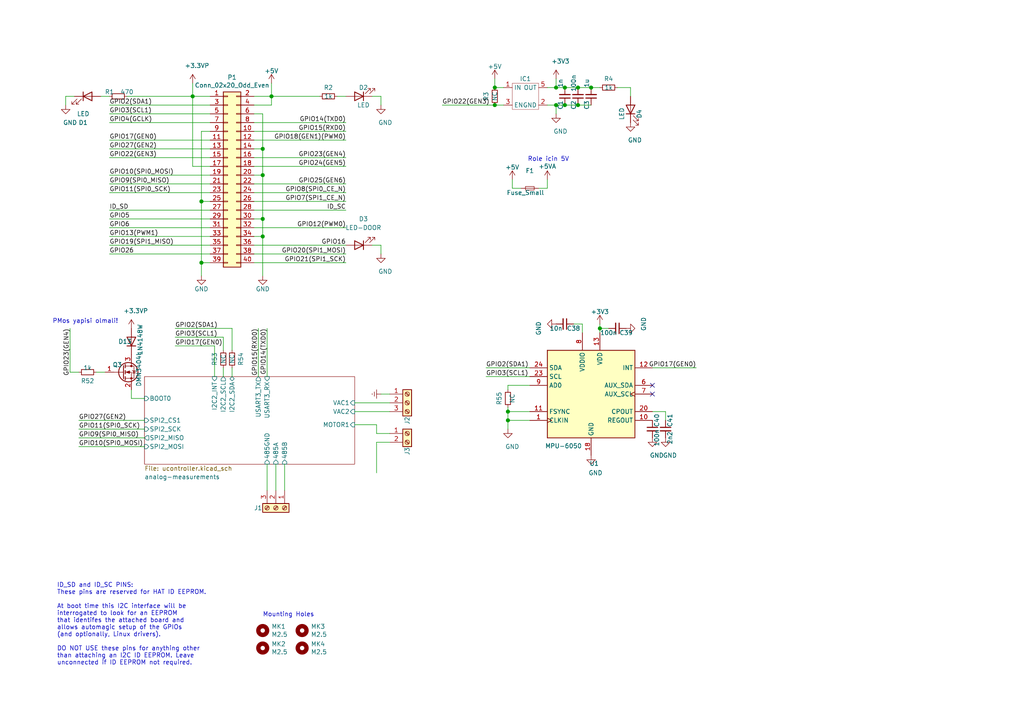
<source format=kicad_sch>
(kicad_sch (version 20210126) (generator eeschema)
  (paper "A4")
  (title_block (date "15 nov 2012"))
  (lib_symbols
    (symbol "Connector:Screw_Terminal_01x02" (pin_names (offset 1.016) hide)
      (property "Reference" "J" (at 0 2.54 0))
      (property "Value" "Screw_Terminal_01x02" (at 0 -5.08 0))
      (symbol "Screw_Terminal_01x02_1_1"
        (circle (center 0 -2.54) (radius 0.635) (stroke (width 0.1524)))
        (circle (center 0 0) (radius 0.635) (stroke (width 0.1524)))
        (rectangle (start -1.27 1.27) (end 1.27 -3.81) (stroke (width 0.254)) (fill (type background)))
        (polyline (pts (xy -0.5334 -2.2098) (xy 0.3302 -3.048)) (stroke (width 0.1524)))
        (polyline (pts (xy -0.5334 0.3302) (xy 0.3302 -0.508)) (stroke (width 0.1524)))
        (polyline (pts (xy -0.3556 -2.032) (xy 0.508 -2.8702)) (stroke (width 0.1524)))
        (polyline (pts (xy -0.3556 0.508) (xy 0.508 -0.3302)) (stroke (width 0.1524)))
        (pin passive line (at -5.08 0 0) (length 3.81) (name "Pin_1") (number "1"))
        (pin passive line (at -5.08 -2.54 0) (length 3.81) (name "Pin_2") (number "2"))
      )
    )
    (symbol "Connector:Screw_Terminal_01x03" (pin_names (offset 1.016) hide)
      (property "Reference" "J" (at 0 5.08 0))
      (property "Value" "Screw_Terminal_01x03" (at 0 -5.08 0))
      (symbol "Screw_Terminal_01x03_1_1"
        (circle (center 0 -2.54) (radius 0.635) (stroke (width 0.1524)))
        (circle (center 0 0) (radius 0.635) (stroke (width 0.1524)))
        (circle (center 0 2.54) (radius 0.635) (stroke (width 0.1524)))
        (rectangle (start -1.27 3.81) (end 1.27 -3.81) (stroke (width 0.254)) (fill (type background)))
        (polyline (pts (xy -0.5334 -2.2098) (xy 0.3302 -3.048)) (stroke (width 0.1524)))
        (polyline (pts (xy -0.5334 0.3302) (xy 0.3302 -0.508)) (stroke (width 0.1524)))
        (polyline (pts (xy -0.5334 2.8702) (xy 0.3302 2.032)) (stroke (width 0.1524)))
        (polyline (pts (xy -0.3556 -2.032) (xy 0.508 -2.8702)) (stroke (width 0.1524)))
        (polyline (pts (xy -0.3556 0.508) (xy 0.508 -0.3302)) (stroke (width 0.1524)))
        (polyline (pts (xy -0.3556 3.048) (xy 0.508 2.2098)) (stroke (width 0.1524)))
        (pin passive line (at -5.08 2.54 0) (length 3.81) (name "Pin_1") (number "1"))
        (pin passive line (at -5.08 0 0) (length 3.81) (name "Pin_2") (number "2"))
        (pin passive line (at -5.08 -2.54 0) (length 3.81) (name "Pin_3") (number "3"))
      )
    )
    (symbol "Connector_Generic:Conn_02x20_Odd_Even" (pin_names (offset 1.016) hide)
      (property "Reference" "J" (at 1.27 25.4 0))
      (property "Value" "Conn_02x20_Odd_Even" (at 1.27 -27.94 0))
      (symbol "Conn_02x20_Odd_Even_1_1"
        (rectangle (start -1.27 -4.953) (end 0 -5.207) (stroke (width 0.1524)))
        (rectangle (start -1.27 -7.493) (end 0 -7.747) (stroke (width 0.1524)))
        (rectangle (start -1.27 -10.033) (end 0 -10.287) (stroke (width 0.1524)))
        (rectangle (start -1.27 -12.573) (end 0 -12.827) (stroke (width 0.1524)))
        (rectangle (start -1.27 -15.113) (end 0 -15.367) (stroke (width 0.1524)))
        (rectangle (start -1.27 -17.653) (end 0 -17.907) (stroke (width 0.1524)))
        (rectangle (start -1.27 -20.193) (end 0 -20.447) (stroke (width 0.1524)))
        (rectangle (start -1.27 -22.733) (end 0 -22.987) (stroke (width 0.1524)))
        (rectangle (start -1.27 -2.413) (end 0 -2.667) (stroke (width 0.1524)))
        (rectangle (start -1.27 -25.273) (end 0 -25.527) (stroke (width 0.1524)))
        (rectangle (start -1.27 2.667) (end 0 2.413) (stroke (width 0.1524)))
        (rectangle (start -1.27 5.207) (end 0 4.953) (stroke (width 0.1524)))
        (rectangle (start -1.27 7.747) (end 0 7.493) (stroke (width 0.1524)))
        (rectangle (start -1.27 10.287) (end 0 10.033) (stroke (width 0.1524)))
        (rectangle (start -1.27 0.127) (end 0 -0.127) (stroke (width 0.1524)))
        (rectangle (start -1.27 12.827) (end 0 12.573) (stroke (width 0.1524)))
        (rectangle (start -1.27 15.367) (end 0 15.113) (stroke (width 0.1524)))
        (rectangle (start -1.27 17.907) (end 0 17.653) (stroke (width 0.1524)))
        (rectangle (start -1.27 20.447) (end 0 20.193) (stroke (width 0.1524)))
        (rectangle (start -1.27 22.987) (end 0 22.733) (stroke (width 0.1524)))
        (rectangle (start -1.27 24.13) (end 3.81 -26.67) (stroke (width 0.254)) (fill (type background)))
        (rectangle (start 3.81 -4.953) (end 2.54 -5.207) (stroke (width 0.1524)))
        (rectangle (start 3.81 -7.493) (end 2.54 -7.747) (stroke (width 0.1524)))
        (rectangle (start 3.81 -10.033) (end 2.54 -10.287) (stroke (width 0.1524)))
        (rectangle (start 3.81 -12.573) (end 2.54 -12.827) (stroke (width 0.1524)))
        (rectangle (start 3.81 -15.113) (end 2.54 -15.367) (stroke (width 0.1524)))
        (rectangle (start 3.81 -17.653) (end 2.54 -17.907) (stroke (width 0.1524)))
        (rectangle (start 3.81 -20.193) (end 2.54 -20.447) (stroke (width 0.1524)))
        (rectangle (start 3.81 -22.733) (end 2.54 -22.987) (stroke (width 0.1524)))
        (rectangle (start 3.81 -2.413) (end 2.54 -2.667) (stroke (width 0.1524)))
        (rectangle (start 3.81 -25.273) (end 2.54 -25.527) (stroke (width 0.1524)))
        (rectangle (start 3.81 2.667) (end 2.54 2.413) (stroke (width 0.1524)))
        (rectangle (start 3.81 5.207) (end 2.54 4.953) (stroke (width 0.1524)))
        (rectangle (start 3.81 7.747) (end 2.54 7.493) (stroke (width 0.1524)))
        (rectangle (start 3.81 10.287) (end 2.54 10.033) (stroke (width 0.1524)))
        (rectangle (start 3.81 0.127) (end 2.54 -0.127) (stroke (width 0.1524)))
        (rectangle (start 3.81 12.827) (end 2.54 12.573) (stroke (width 0.1524)))
        (rectangle (start 3.81 15.367) (end 2.54 15.113) (stroke (width 0.1524)))
        (rectangle (start 3.81 17.907) (end 2.54 17.653) (stroke (width 0.1524)))
        (rectangle (start 3.81 20.447) (end 2.54 20.193) (stroke (width 0.1524)))
        (rectangle (start 3.81 22.987) (end 2.54 22.733) (stroke (width 0.1524)))
        (pin passive line (at -5.08 22.86 0) (length 3.81) (name "Pin_1") (number "1"))
        (pin passive line (at 7.62 12.7 180) (length 3.81) (name "Pin_10") (number "10"))
        (pin passive line (at -5.08 10.16 0) (length 3.81) (name "Pin_11") (number "11"))
        (pin passive line (at 7.62 10.16 180) (length 3.81) (name "Pin_12") (number "12"))
        (pin passive line (at -5.08 7.62 0) (length 3.81) (name "Pin_13") (number "13"))
        (pin passive line (at 7.62 7.62 180) (length 3.81) (name "Pin_14") (number "14"))
        (pin passive line (at -5.08 5.08 0) (length 3.81) (name "Pin_15") (number "15"))
        (pin passive line (at 7.62 5.08 180) (length 3.81) (name "Pin_16") (number "16"))
        (pin passive line (at -5.08 2.54 0) (length 3.81) (name "Pin_17") (number "17"))
        (pin passive line (at 7.62 2.54 180) (length 3.81) (name "Pin_18") (number "18"))
        (pin passive line (at -5.08 0 0) (length 3.81) (name "Pin_19") (number "19"))
        (pin passive line (at 7.62 22.86 180) (length 3.81) (name "Pin_2") (number "2"))
        (pin passive line (at 7.62 0 180) (length 3.81) (name "Pin_20") (number "20"))
        (pin passive line (at -5.08 -2.54 0) (length 3.81) (name "Pin_21") (number "21"))
        (pin passive line (at 7.62 -2.54 180) (length 3.81) (name "Pin_22") (number "22"))
        (pin passive line (at -5.08 -5.08 0) (length 3.81) (name "Pin_23") (number "23"))
        (pin passive line (at 7.62 -5.08 180) (length 3.81) (name "Pin_24") (number "24"))
        (pin passive line (at -5.08 -7.62 0) (length 3.81) (name "Pin_25") (number "25"))
        (pin passive line (at 7.62 -7.62 180) (length 3.81) (name "Pin_26") (number "26"))
        (pin passive line (at -5.08 -10.16 0) (length 3.81) (name "Pin_27") (number "27"))
        (pin passive line (at 7.62 -10.16 180) (length 3.81) (name "Pin_28") (number "28"))
        (pin passive line (at -5.08 -12.7 0) (length 3.81) (name "Pin_29") (number "29"))
        (pin passive line (at -5.08 20.32 0) (length 3.81) (name "Pin_3") (number "3"))
        (pin passive line (at 7.62 -12.7 180) (length 3.81) (name "Pin_30") (number "30"))
        (pin passive line (at -5.08 -15.24 0) (length 3.81) (name "Pin_31") (number "31"))
        (pin passive line (at 7.62 -15.24 180) (length 3.81) (name "Pin_32") (number "32"))
        (pin passive line (at -5.08 -17.78 0) (length 3.81) (name "Pin_33") (number "33"))
        (pin passive line (at 7.62 -17.78 180) (length 3.81) (name "Pin_34") (number "34"))
        (pin passive line (at -5.08 -20.32 0) (length 3.81) (name "Pin_35") (number "35"))
        (pin passive line (at 7.62 -20.32 180) (length 3.81) (name "Pin_36") (number "36"))
        (pin passive line (at -5.08 -22.86 0) (length 3.81) (name "Pin_37") (number "37"))
        (pin passive line (at 7.62 -22.86 180) (length 3.81) (name "Pin_38") (number "38"))
        (pin passive line (at -5.08 -25.4 0) (length 3.81) (name "Pin_39") (number "39"))
        (pin passive line (at 7.62 20.32 180) (length 3.81) (name "Pin_4") (number "4"))
        (pin passive line (at 7.62 -25.4 180) (length 3.81) (name "Pin_40") (number "40"))
        (pin passive line (at -5.08 17.78 0) (length 3.81) (name "Pin_5") (number "5"))
        (pin passive line (at 7.62 17.78 180) (length 3.81) (name "Pin_6") (number "6"))
        (pin passive line (at -5.08 15.24 0) (length 3.81) (name "Pin_7") (number "7"))
        (pin passive line (at 7.62 15.24 180) (length 3.81) (name "Pin_8") (number "8"))
        (pin passive line (at -5.08 12.7 0) (length 3.81) (name "Pin_9") (number "9"))
      )
    )
    (symbol "Device:C_Small" (pin_numbers hide) (pin_names (offset 0.254) hide)
      (property "Reference" "C" (at 0.254 1.778 0))
      (property "Value" "C_Small" (at 0.254 -2.032 0))
      (symbol "C_Small_0_1"
        (polyline (pts (xy -1.524 -0.508) (xy 1.524 -0.508)) (stroke (width 0.3302)))
        (polyline (pts (xy -1.524 0.508) (xy 1.524 0.508)) (stroke (width 0.3048)))
      )
      (symbol "C_Small_1_1"
        (pin passive line (at 0 2.54 270) (length 2.032) (name "~") (number "1"))
        (pin passive line (at 0 -2.54 90) (length 2.032) (name "~") (number "2"))
      )
    )
    (symbol "Device:Fuse_Small" (pin_numbers hide) (pin_names (offset 0.254) hide)
      (property "Reference" "F" (at 0 -1.524 0))
      (property "Value" "Fuse_Small" (at 0 1.524 0))
      (symbol "Fuse_Small_0_1"
        (rectangle (start -1.27 0.508) (end 1.27 -0.508))
        (polyline (pts (xy -1.27 0) (xy 1.27 0)))
      )
      (symbol "Fuse_Small_1_1"
        (pin passive line (at -2.54 0 0) (length 1.27) (name "~") (number "1"))
        (pin passive line (at 2.54 0 180) (length 1.27) (name "~") (number "2"))
      )
    )
    (symbol "Device:LED" (pin_numbers hide) (pin_names (offset 1.016) hide)
      (property "Reference" "D" (at 0 2.54 0))
      (property "Value" "LED" (at 0 -2.54 0))
      (symbol "LED_0_1"
        (polyline (pts (xy -1.27 -1.27) (xy -1.27 1.27)) (stroke (width 0.254)))
        (polyline (pts (xy -1.27 0) (xy 1.27 0)))
        (polyline (pts (xy 1.27 -1.27) (xy 1.27 1.27) (xy -1.27 0) (xy 1.27 -1.27)) (stroke (width 0.254)))
        (polyline (pts (xy -3.048 -0.762) (xy -4.572 -2.286) (xy -3.81 -2.286) (xy -4.572 -2.286) (xy -4.572 -1.524)))
        (polyline (pts (xy -1.778 -0.762) (xy -3.302 -2.286) (xy -2.54 -2.286) (xy -3.302 -2.286) (xy -3.302 -1.524)))
      )
      (symbol "LED_1_1"
        (pin passive line (at -3.81 0 0) (length 2.54) (name "K") (number "1"))
        (pin passive line (at 3.81 0 180) (length 2.54) (name "A") (number "2"))
      )
    )
    (symbol "Device:R_Small" (pin_numbers hide) (pin_names (offset 0.254) hide)
      (property "Reference" "R" (at 0.762 0.508 0))
      (property "Value" "R_Small" (at 0.762 -1.016 0))
      (symbol "R_Small_0_1"
        (rectangle (start -0.762 1.778) (end 0.762 -1.778) (stroke (width 0.2032)))
      )
      (symbol "R_Small_1_1"
        (pin passive line (at 0 2.54 270) (length 0.762) (name "~") (number "1"))
        (pin passive line (at 0 -2.54 90) (length 0.762) (name "~") (number "2"))
      )
    )
    (symbol "Diode:1N4148W" (pin_numbers hide) (pin_names (offset 1.016) hide)
      (property "Reference" "D" (at 0 2.54 0))
      (property "Value" "1N4148W" (at 0 -2.54 0))
      (symbol "1N4148W_0_1"
        (polyline (pts (xy -1.27 1.27) (xy -1.27 -1.27)) (stroke (width 0.254)))
        (polyline (pts (xy 1.27 0) (xy -1.27 0)))
        (polyline (pts (xy 1.27 1.27) (xy 1.27 -1.27) (xy -1.27 0) (xy 1.27 1.27)) (stroke (width 0.254)))
      )
      (symbol "1N4148W_1_1"
        (pin passive line (at -3.81 0 0) (length 2.54) (name "K") (number "1"))
        (pin passive line (at 3.81 0 180) (length 2.54) (name "A") (number "2"))
      )
    )
    (symbol "Mechanical:MountingHole" (pin_names (offset 1.016))
      (property "Reference" "H" (at 0 5.08 0))
      (property "Value" "MountingHole" (at 0 3.175 0))
      (symbol "MountingHole_0_1"
        (circle (center 0 0) (radius 1.27) (stroke (width 1.27)))
      )
    )
    (symbol "NamchoLibs:NCP115ASN330T2G"
      (property "Reference" "IC" (at 0 6.35 0))
      (symbol "NCP115ASN330T2G_0_1"
        (rectangle (start -3.81 -3.81) (end 3.81 3.81) (stroke (width 0.0006)))
      )
      (symbol "NCP115ASN330T2G_1_1"
        (pin power_in line (at -6.35 2.54 0) (length 2.54) (name "IN") (number "1"))
        (pin input line (at -6.35 -2.54 0) (length 2.54) (name "EN") (number "3"))
        (pin power_out line (at 6.35 2.54 180) (length 2.54) (name "OUT") (number "5"))
        (pin power_in line (at 6.35 -2.54 180) (length 2.54) (name "GND") (number "2"))
      )
    )
    (symbol "Sensor_Motion:MPU-6050"
      (property "Reference" "U" (at -11.43 13.97 0))
      (property "Value" "MPU-6050" (at 7.62 -13.97 0))
      (symbol "MPU-6050_0_1"
        (rectangle (start -12.7 12.7) (end 12.7 -12.7) (stroke (width 0.254)) (fill (type background)))
      )
      (symbol "MPU-6050_1_1"
        (pin input clock (at -17.78 -7.62 0) (length 5.08) (name "CLKIN") (number "1"))
        (pin passive line (at 17.78 -7.62 180) (length 5.08) (name "REGOUT") (number "10"))
        (pin input line (at -17.78 -5.08 0) (length 5.08) (name "FSYNC") (number "11"))
        (pin output line (at 17.78 7.62 180) (length 5.08) (name "INT") (number "12"))
        (pin power_in line (at 2.54 17.78 270) (length 5.08) (name "VDD") (number "13"))
        (pin power_in line (at 0 -17.78 90) (length 5.08) (name "GND") (number "18"))
        (pin passive line (at 17.78 -5.08 180) (length 5.08) (name "CPOUT") (number "20"))
        (pin input line (at -17.78 5.08 0) (length 5.08) (name "SCL") (number "23"))
        (pin bidirectional line (at -17.78 7.62 0) (length 5.08) (name "SDA") (number "24"))
        (pin bidirectional line (at 17.78 2.54 180) (length 5.08) (name "AUX_SDA") (number "6"))
        (pin output clock (at 17.78 0 180) (length 5.08) (name "AUX_SCL") (number "7"))
        (pin power_in line (at -2.54 17.78 270) (length 5.08) (name "VDDIO") (number "8"))
        (pin input line (at -17.78 2.54 0) (length 5.08) (name "AD0") (number "9"))
      )
    )
    (symbol "Transistor_FET:DMN3404L" (pin_names hide)
      (property "Reference" "Q" (at 5.08 1.905 0))
      (property "Value" "DMN3404L" (at 5.08 0 0))
      (symbol "DMN3404L_0_1"
        (circle (center 1.651 0) (radius 2.794) (stroke (width 0.254)))
        (circle (center 2.54 -1.778) (radius 0.254) (fill (type outline)))
        (circle (center 2.54 1.778) (radius 0.254) (fill (type outline)))
        (polyline (pts (xy 0.254 0) (xy -2.54 0)))
        (polyline (pts (xy 0.254 1.905) (xy 0.254 -1.905)) (stroke (width 0.254)))
        (polyline (pts (xy 0.762 -1.27) (xy 0.762 -2.286)) (stroke (width 0.254)))
        (polyline (pts (xy 0.762 0.508) (xy 0.762 -0.508)) (stroke (width 0.254)))
        (polyline (pts (xy 0.762 2.286) (xy 0.762 1.27)) (stroke (width 0.254)))
        (polyline (pts (xy 2.54 2.54) (xy 2.54 1.778)))
        (polyline (pts (xy 2.54 -2.54) (xy 2.54 0) (xy 0.762 0)))
        (polyline (pts (xy 0.762 -1.778) (xy 3.302 -1.778) (xy 3.302 1.778) (xy 0.762 1.778)))
        (polyline (pts (xy 1.016 0) (xy 2.032 0.381) (xy 2.032 -0.381) (xy 1.016 0)) (fill (type outline)))
        (polyline (pts (xy 2.794 0.508) (xy 2.921 0.381) (xy 3.683 0.381) (xy 3.81 0.254)))
        (polyline (pts (xy 3.302 0.381) (xy 2.921 -0.254) (xy 3.683 -0.254) (xy 3.302 0.381)))
      )
      (symbol "DMN3404L_1_1"
        (pin input line (at -5.08 0 0) (length 2.54) (name "G") (number "1"))
        (pin passive line (at 2.54 -5.08 90) (length 2.54) (name "S") (number "2"))
        (pin passive line (at 2.54 5.08 270) (length 2.54) (name "D") (number "3"))
      )
    )
    (symbol "power:+3.3V" (power) (pin_names (offset 0))
      (property "Value" "+3.3V" (at 0 3.556 0))
      (symbol "+3.3V_0_1"
        (polyline (pts (xy -0.762 1.27) (xy 0 2.54)))
        (polyline (pts (xy 0 0) (xy 0 2.54)))
        (polyline (pts (xy 0 2.54) (xy 0.762 1.27)))
      )
      (symbol "+3.3V_1_1"
        (pin power_in line (at 0 0 90) (length 0) hide (name "+3V3") (number "1"))
      )
    )
    (symbol "power:+3.3VP" (power) (pin_names (offset 0))
      (property "Value" "+3.3VP" (at 0 2.54 0))
      (symbol "+3.3VP_0_0"
        (pin power_in line (at 0 0 90) (length 0) hide (name "+3.3VP") (number "1"))
      )
      (symbol "+3.3VP_0_1"
        (polyline (pts (xy -0.762 1.27) (xy 0 2.54)))
        (polyline (pts (xy 0 0) (xy 0 2.54)))
        (polyline (pts (xy 0 2.54) (xy 0.762 1.27)))
      )
    )
    (symbol "power:+3V3" (power) (pin_names (offset 0))
      (property "Value" "+3V3" (at 0 3.556 0))
      (symbol "+3V3_0_1"
        (polyline (pts (xy -0.762 1.27) (xy 0 2.54)))
        (polyline (pts (xy 0 0) (xy 0 2.54)))
        (polyline (pts (xy 0 2.54) (xy 0.762 1.27)))
      )
      (symbol "+3V3_1_1"
        (pin power_in line (at 0 0 90) (length 0) hide (name "+3V3") (number "1"))
      )
    )
    (symbol "power:+5V" (power) (pin_names (offset 0))
      (property "Value" "+5V" (at 0 3.556 0))
      (symbol "+5V_0_1"
        (polyline (pts (xy -0.762 1.27) (xy 0 2.54)))
        (polyline (pts (xy 0 0) (xy 0 2.54)))
        (polyline (pts (xy 0 2.54) (xy 0.762 1.27)))
      )
      (symbol "+5V_1_1"
        (pin power_in line (at 0 0 90) (length 0) hide (name "+5V") (number "1"))
      )
    )
    (symbol "power:+5VA" (power) (pin_names (offset 0))
      (property "Value" "+5VA" (at 0 3.556 0))
      (symbol "+5VA_0_1"
        (polyline (pts (xy -0.762 1.27) (xy 0 2.54)))
        (polyline (pts (xy 0 0) (xy 0 2.54)))
        (polyline (pts (xy 0 2.54) (xy 0.762 1.27)))
      )
      (symbol "+5VA_1_1"
        (pin power_in line (at 0 0 90) (length 0) hide (name "+5VA") (number "1"))
      )
    )
    (symbol "power:Earth" (power) (pin_names (offset 0))
      (symbol "Earth_0_1"
        (polyline (pts (xy -0.635 -1.905) (xy 0.635 -1.905)))
        (polyline (pts (xy -0.127 -2.54) (xy 0.127 -2.54)))
        (polyline (pts (xy 0 -1.27) (xy 0 0)))
        (polyline (pts (xy 1.27 -1.27) (xy -1.27 -1.27)))
      )
      (symbol "Earth_1_1"
        (pin power_in line (at 0 0 270) (length 0) hide (name "Earth") (number "1"))
      )
    )
    (symbol "power:GND" (power) (pin_names (offset 0))
      (property "Value" "GND" (at 0 -3.81 0))
      (symbol "GND_0_1"
        (polyline (pts (xy 0 0) (xy 0 -1.27) (xy 1.27 -1.27) (xy 0 -2.54) (xy -1.27 -1.27) (xy 0 -1.27)))
      )
      (symbol "GND_1_1"
        (pin power_in line (at 0 0 270) (length 0) hide (name "GND") (number "1"))
      )
    )
  )
  (junction (at 55.88 27.94) (diameter 1.016))
  (junction (at 58.42 58.42) (diameter 1.016))
  (junction (at 58.42 76.2) (diameter 1.016))
  (junction (at 76.2 43.18) (diameter 1.016))
  (junction (at 76.2 50.8) (diameter 1.016))
  (junction (at 76.2 63.5) (diameter 1.016))
  (junction (at 76.2 68.58) (diameter 1.016))
  (junction (at 78.74 27.94) (diameter 1.016))
  (junction (at 143.51 25.4) (diameter 1.016))
  (junction (at 143.51 30.48) (diameter 1.016))
  (junction (at 147.32 119.38) (diameter 1.016))
  (junction (at 147.32 121.92) (diameter 1.016))
  (junction (at 161.29 25.4) (diameter 1.016))
  (junction (at 161.29 30.48) (diameter 1.016))
  (junction (at 163.83 25.4) (diameter 1.016))
  (junction (at 163.83 30.48) (diameter 1.016))
  (junction (at 167.64 25.4) (diameter 1.016))
  (junction (at 167.64 30.48) (diameter 1.016))
  (junction (at 171.45 25.4) (diameter 1.016))
  (junction (at 173.99 95.25) (diameter 1.016))
  (no_connect (at 189.23 111.76))
  (no_connect (at 189.23 114.3))
  (wire (pts (xy 19.05 27.94) (xy 21.59 27.94)))
  (wire (pts (xy 19.05 30.48) (xy 19.05 27.94)))
  (wire (pts (xy 20.32 95.25) (xy 20.32 107.95)))
  (wire (pts (xy 22.86 107.95) (xy 20.32 107.95)))
  (wire (pts (xy 22.86 121.92) (xy 41.91 121.92)))
  (wire (pts (xy 22.86 124.46) (xy 41.91 124.46)))
  (wire (pts (xy 22.86 127) (xy 41.91 127)))
  (wire (pts (xy 22.86 129.54) (xy 41.91 129.54)))
  (wire (pts (xy 27.94 107.95) (xy 30.48 107.95)))
  (wire (pts (xy 31.75 27.94) (xy 29.21 27.94)))
  (wire (pts (xy 31.75 33.02) (xy 60.96 33.02)))
  (wire (pts (xy 31.75 35.56) (xy 60.96 35.56)))
  (wire (pts (xy 31.75 43.18) (xy 60.96 43.18)))
  (wire (pts (xy 31.75 45.72) (xy 60.96 45.72)))
  (wire (pts (xy 31.75 53.34) (xy 60.96 53.34)))
  (wire (pts (xy 31.75 55.88) (xy 60.96 55.88)))
  (wire (pts (xy 31.75 63.5) (xy 60.96 63.5)))
  (wire (pts (xy 31.75 66.04) (xy 60.96 66.04)))
  (wire (pts (xy 31.75 71.12) (xy 60.96 71.12)))
  (wire (pts (xy 31.75 73.66) (xy 60.96 73.66)))
  (wire (pts (xy 38.1 113.03) (xy 38.1 115.57)))
  (wire (pts (xy 38.1 115.57) (xy 41.91 115.57)))
  (wire (pts (xy 50.8 95.25) (xy 67.31 95.25)))
  (wire (pts (xy 50.8 97.79) (xy 64.77 97.79)))
  (wire (pts (xy 50.8 100.33) (xy 62.23 100.33)))
  (wire (pts (xy 55.88 24.13) (xy 55.88 27.94)))
  (wire (pts (xy 55.88 27.94) (xy 36.83 27.94)))
  (wire (pts (xy 55.88 27.94) (xy 55.88 48.26)))
  (wire (pts (xy 55.88 27.94) (xy 60.96 27.94)))
  (wire (pts (xy 55.88 48.26) (xy 60.96 48.26)))
  (wire (pts (xy 58.42 38.1) (xy 58.42 58.42)))
  (wire (pts (xy 58.42 38.1) (xy 60.96 38.1)))
  (wire (pts (xy 58.42 58.42) (xy 58.42 76.2)))
  (wire (pts (xy 58.42 58.42) (xy 60.96 58.42)))
  (wire (pts (xy 58.42 76.2) (xy 58.42 80.01)))
  (wire (pts (xy 58.42 76.2) (xy 60.96 76.2)))
  (wire (pts (xy 60.96 30.48) (xy 31.75 30.48)))
  (wire (pts (xy 60.96 40.64) (xy 31.75 40.64)))
  (wire (pts (xy 60.96 50.8) (xy 31.75 50.8)))
  (wire (pts (xy 60.96 60.96) (xy 31.75 60.96)))
  (wire (pts (xy 60.96 68.58) (xy 31.75 68.58)))
  (wire (pts (xy 62.23 109.22) (xy 62.23 100.33)))
  (wire (pts (xy 64.77 97.79) (xy 64.77 101.6)))
  (wire (pts (xy 64.77 106.68) (xy 64.77 109.22)))
  (wire (pts (xy 67.31 95.25) (xy 67.31 101.6)))
  (wire (pts (xy 67.31 106.68) (xy 67.31 109.22)))
  (wire (pts (xy 73.66 35.56) (xy 100.33 35.56)))
  (wire (pts (xy 73.66 38.1) (xy 100.33 38.1)))
  (wire (pts (xy 73.66 40.64) (xy 100.33 40.64)))
  (wire (pts (xy 73.66 45.72) (xy 100.33 45.72)))
  (wire (pts (xy 73.66 48.26) (xy 100.33 48.26)))
  (wire (pts (xy 73.66 53.34) (xy 100.33 53.34)))
  (wire (pts (xy 73.66 55.88) (xy 100.33 55.88)))
  (wire (pts (xy 73.66 58.42) (xy 100.33 58.42)))
  (wire (pts (xy 73.66 60.96) (xy 100.33 60.96)))
  (wire (pts (xy 73.66 66.04) (xy 100.33 66.04)))
  (wire (pts (xy 73.66 71.12) (xy 100.33 71.12)))
  (wire (pts (xy 73.66 73.66) (xy 100.33 73.66)))
  (wire (pts (xy 73.66 76.2) (xy 100.33 76.2)))
  (wire (pts (xy 74.93 95.25) (xy 74.93 109.22)))
  (wire (pts (xy 76.2 33.02) (xy 73.66 33.02)))
  (wire (pts (xy 76.2 33.02) (xy 76.2 43.18)))
  (wire (pts (xy 76.2 43.18) (xy 73.66 43.18)))
  (wire (pts (xy 76.2 43.18) (xy 76.2 50.8)))
  (wire (pts (xy 76.2 50.8) (xy 73.66 50.8)))
  (wire (pts (xy 76.2 50.8) (xy 76.2 63.5)))
  (wire (pts (xy 76.2 63.5) (xy 73.66 63.5)))
  (wire (pts (xy 76.2 63.5) (xy 76.2 68.58)))
  (wire (pts (xy 76.2 68.58) (xy 73.66 68.58)))
  (wire (pts (xy 76.2 68.58) (xy 76.2 80.01)))
  (wire (pts (xy 77.47 95.25) (xy 77.47 109.22)))
  (wire (pts (xy 77.47 134.62) (xy 77.47 142.24)))
  (wire (pts (xy 78.74 24.13) (xy 78.74 27.94)))
  (wire (pts (xy 78.74 27.94) (xy 73.66 27.94)))
  (wire (pts (xy 78.74 27.94) (xy 78.74 30.48)))
  (wire (pts (xy 78.74 30.48) (xy 73.66 30.48)))
  (wire (pts (xy 80.01 134.62) (xy 80.01 142.24)))
  (wire (pts (xy 82.55 134.62) (xy 82.55 142.24)))
  (wire (pts (xy 92.71 27.94) (xy 78.74 27.94)))
  (wire (pts (xy 97.79 27.94) (xy 100.33 27.94)))
  (wire (pts (xy 107.95 27.94) (xy 110.49 27.94)))
  (wire (pts (xy 107.95 71.12) (xy 110.49 71.12)))
  (wire (pts (xy 109.22 123.19) (xy 102.87 123.19)))
  (wire (pts (xy 109.22 125.73) (xy 109.22 123.19)))
  (wire (pts (xy 109.22 128.27) (xy 109.22 137.16)))
  (wire (pts (xy 109.22 128.27) (xy 113.03 128.27)))
  (wire (pts (xy 110.49 27.94) (xy 110.49 30.48)))
  (wire (pts (xy 110.49 71.12) (xy 110.49 73.66)))
  (wire (pts (xy 113.03 114.3) (xy 110.49 114.3)))
  (wire (pts (xy 113.03 116.84) (xy 102.87 116.84)))
  (wire (pts (xy 113.03 119.38) (xy 102.87 119.38)))
  (wire (pts (xy 113.03 125.73) (xy 109.22 125.73)))
  (wire (pts (xy 128.27 30.48) (xy 143.51 30.48)))
  (wire (pts (xy 140.97 106.68) (xy 153.67 106.68)))
  (wire (pts (xy 140.97 109.22) (xy 153.67 109.22)))
  (wire (pts (xy 143.51 22.86) (xy 143.51 25.4)))
  (wire (pts (xy 143.51 25.4) (xy 146.05 25.4)))
  (wire (pts (xy 143.51 30.48) (xy 146.05 30.48)))
  (wire (pts (xy 147.32 111.76) (xy 147.32 113.03)))
  (wire (pts (xy 147.32 111.76) (xy 153.67 111.76)))
  (wire (pts (xy 147.32 118.11) (xy 147.32 119.38)))
  (wire (pts (xy 147.32 119.38) (xy 147.32 121.92)))
  (wire (pts (xy 147.32 119.38) (xy 153.67 119.38)))
  (wire (pts (xy 147.32 121.92) (xy 147.32 124.46)))
  (wire (pts (xy 147.32 121.92) (xy 153.67 121.92)))
  (wire (pts (xy 148.59 52.07) (xy 148.59 54.61)))
  (wire (pts (xy 148.59 54.61) (xy 151.13 54.61)))
  (wire (pts (xy 156.21 54.61) (xy 158.75 54.61)))
  (wire (pts (xy 158.75 25.4) (xy 161.29 25.4)))
  (wire (pts (xy 158.75 30.48) (xy 161.29 30.48)))
  (wire (pts (xy 158.75 52.07) (xy 158.75 54.61)))
  (wire (pts (xy 161.29 22.86) (xy 161.29 25.4)))
  (wire (pts (xy 161.29 25.4) (xy 163.83 25.4)))
  (wire (pts (xy 161.29 30.48) (xy 161.29 33.02)))
  (wire (pts (xy 161.29 30.48) (xy 163.83 30.48)))
  (wire (pts (xy 163.83 25.4) (xy 167.64 25.4)))
  (wire (pts (xy 163.83 30.48) (xy 167.64 30.48)))
  (wire (pts (xy 166.37 93.98) (xy 168.91 93.98)))
  (wire (pts (xy 167.64 25.4) (xy 171.45 25.4)))
  (wire (pts (xy 167.64 30.48) (xy 171.45 30.48)))
  (wire (pts (xy 168.91 96.52) (xy 168.91 93.98)))
  (wire (pts (xy 171.45 25.4) (xy 173.99 25.4)))
  (wire (pts (xy 173.99 93.98) (xy 173.99 95.25)))
  (wire (pts (xy 173.99 95.25) (xy 173.99 96.52)))
  (wire (pts (xy 173.99 95.25) (xy 176.53 95.25)))
  (wire (pts (xy 179.07 25.4) (xy 182.88 25.4)))
  (wire (pts (xy 182.88 25.4) (xy 182.88 27.94)))
  (wire (pts (xy 189.23 106.68) (xy 201.93 106.68)))
  (wire (pts (xy 189.23 119.38) (xy 193.04 119.38)))
  (wire (pts (xy 193.04 119.38) (xy 193.04 121.92)))
  (text "ID_SD and ID_SC PINS:\nThese pins are reserved for HAT ID EEPROM.\n\nAt boot time this I2C interface will be\ninterrogated to look for an EEPROM\nthat identifes the attached board and\nallows automagic setup of the GPIOs\n(and optionally, Linux drivers).\n\nDO NOT USE these pins for anything other\nthan attaching an I2C ID EEPROM. Leave\nunconnected if ID EEPROM not required." (at 16.51 193.04 0) (effects (font (size 1.27 1.27)) (justify left bottom)))
  (text "PMos yapisi olmali!" (at 34.29 93.98 180) (effects (font (size 1.27 1.27)) (justify right bottom)))
  (text "Mounting Holes" (at 76.2 179.07 0) (effects (font (size 1.27 1.27)) (justify left bottom)))
  (text "Role icin 5V" (at 165.1 46.99 180) (effects (font (size 1.27 1.27)) (justify right bottom)))
  (text "+" (at 302.26 10.16 180) (effects (font (size 1.27 1.27)) (justify right bottom)))
  (text "+" (at 302.26 12.7 180) (effects (font (size 1.27 1.27)) (justify right bottom)))
  (text "+" (at 302.26 15.24 180) (effects (font (size 1.27 1.27)) (justify right bottom)))
  (text "1) Yeni yazilim guncellemesi raspberry ile internet uzerinden yapilabilmesi\nBunun icin boot pini kontrolu ve mikroyu resetleyecek ENABLE pini olan 3V3'u\nkapatip acabilecek chip kullanilacak\n2) Raspberry'ye SPI driver yazip test edebilmek icin 1-2 eleman eklenebilir.\nFRAM, Sicaklik sensoru vs...\n3) Role surmek icin AMF-S'de kullanilan solid-state kullanilacak.\nen az 3 cikis olmasi gerekiyor, ROLE karti ayri bir kart olarak cizilecek...\n4) Ortam sicakligini olecek sensor olmali\n5) Motor akimi olcumu yapilacak\n6) Sebeke gerilimi olculecek \n7) En az 3 led olmali, 5V geliyor mu? | ADC ölçümleri yapiliyor mu? | KAPI durumu? ...\n8) Solid-state cikis durumlarina gosterecek LED'ler eklenebilir\n9) Kapi kapaninca bilgi verecek mekanik Sivic icin input!\n10) Boot islemi nasil yapilmali bakilacak... SPI mi yoksa Uart uzerinden mi?\n11) İvme sensörü ile deprem yada cihaza dokunulduğunu algılayacak özellik eklenecek. Bu chip'e raspberry-pi üzerinden doğrudan erişilecek.\n12) Korna çıkışı olacak, bu cıkış ileride yapay zeka tarafından kontrol edilecek.\n13) RaspberryPi stm32'nin enerjisini kesebilmeli, yazilim guncellmesi icin vs...\n14) Stm32 raspberry'ye reset atabilmeli mi? Evet ise nasıl yapamaliyiz?" (at 303.53 29.21 0) (effects (font (size 1.27 1.27)) (justify left bottom)))
  (text "Ivme ve gyro sensörü:\nhttps://www.robotistan.com/mpu6050-6-eksen-ivme-ve-gyro-sensoru-6-dof-3-axis-accelerometer-and-gyros" (at 417.83 55.88 0) (effects (font (size 1.27 1.27)) (justify right bottom)))
  (label "GPIO23(GEN4)" (at 20.32 95.25 270))
  (label "GPIO27(GEN2)" (at 22.86 121.92 0))
  (label "GPIO11(SPI0_SCK)" (at 22.86 124.46 0))
  (label "GPIO9(SPI0_MISO)" (at 22.86 127 0))
  (label "GPIO10(SPI0_MOSI)" (at 22.86 129.54 0))
  (label "GPIO2(SDA1)" (at 31.75 30.48 0))
  (label "GPIO3(SCL1)" (at 31.75 33.02 0))
  (label "GPIO4(GCLK)" (at 31.75 35.56 0))
  (label "GPIO17(GEN0)" (at 31.75 40.64 0))
  (label "GPIO27(GEN2)" (at 31.75 43.18 0))
  (label "GPIO22(GEN3)" (at 31.75 45.72 0))
  (label "GPIO10(SPI0_MOSI)" (at 31.75 50.8 0))
  (label "GPIO9(SPI0_MISO)" (at 31.75 53.34 0))
  (label "GPIO11(SPI0_SCK)" (at 31.75 55.88 0))
  (label "ID_SD" (at 31.75 60.96 0))
  (label "GPIO5" (at 31.75 63.5 0))
  (label "GPIO6" (at 31.75 66.04 0))
  (label "GPIO13(PWM1)" (at 31.75 68.58 0))
  (label "GPIO19(SPI1_MISO)" (at 31.75 71.12 0))
  (label "GPIO26" (at 31.75 73.66 0))
  (label "GPIO2(SDA1)" (at 50.8 95.25 0))
  (label "GPIO3(SCL1)" (at 50.8 97.79 0))
  (label "GPIO17(GEN0)" (at 50.8 100.33 0))
  (label "GPIO15(RXD0)" (at 74.93 95.25 270))
  (label "GPIO14(TXD0)" (at 77.47 95.25 270))
  (label "GPIO14(TXD0)" (at 100.33 35.56 180))
  (label "GPIO15(RXD0)" (at 100.33 38.1 180))
  (label "GPIO18(GEN1)(PWM0)" (at 100.33 40.64 180))
  (label "GPIO23(GEN4)" (at 100.33 45.72 180))
  (label "GPIO24(GEN5)" (at 100.33 48.26 180))
  (label "GPIO25(GEN6)" (at 100.33 53.34 180))
  (label "GPIO8(SPI0_CE_N)" (at 100.33 55.88 180))
  (label "GPIO7(SPI1_CE_N)" (at 100.33 58.42 180))
  (label "ID_SC" (at 100.33 60.96 180))
  (label "GPIO12(PWM0)" (at 100.33 66.04 180))
  (label "GPIO16" (at 100.33 71.12 180))
  (label "GPIO20(SPI1_MOSI)" (at 100.33 73.66 180))
  (label "GPIO21(SPI1_SCK)" (at 100.33 76.2 180))
  (label "GPIO22(GEN3)" (at 128.27 30.48 0))
  (label "GPIO2(SDA1)" (at 140.97 106.68 0))
  (label "GPIO3(SCL1)" (at 140.97 109.22 0))
  (label "GPIO17(GEN0)" (at 201.93 106.68 180))
  (symbol (lib_id "Device:Fuse_Small") (at 153.67 54.61 0) (unit 1)
    (property "Reference" "F1" (at 153.67 49.53 0))
    (property "Value" "Fuse_Small" (at 152.4 55.88 0))
    (property "Footprint" "Fuse:Fuse_1206_3216Metric" (effects hide))
  )
  (symbol (lib_id "power:+3.3VP") (at 38.1 95.25 0) (unit 1)
    (property "Reference" "#PWR069" (effects hide))
    (property "Value" "+3.3VP" (at 39.37 90.17 0))
  )
  (symbol (lib_id "power:+3.3VP") (at 55.88 24.13 0) (unit 1)
    (property "Reference" "#PWR02" (effects hide))
    (property "Value" "+3.3VP" (at 57.15 19.05 0))
  )
  (symbol (lib_id "power:+5V") (at 78.74 24.13 0) (unit 1)
    (property "Reference" "#PWR05" (effects hide))
    (property "Value" "+5V" (at 78.74 20.574 0))
  )
  (symbol (lib_id "power:+5V") (at 143.51 22.86 0) (unit 1)
    (property "Reference" "#PWR09" (effects hide))
    (property "Value" "+5V" (at 143.51 19.304 0))
  )
  (symbol (lib_id "power:+5V") (at 148.59 52.07 0) (unit 1)
    (property "Reference" "#PWR010" (effects hide))
    (property "Value" "+5V" (at 148.59 48.514 0))
  )
  (symbol (lib_id "power:+5VA") (at 158.75 52.07 0) (unit 1)
    (property "Reference" "#PWR011" (effects hide))
    (property "Value" "+5VA" (at 158.75 48.26 0))
  )
  (symbol (lib_id "power:+3V3") (at 161.29 22.86 0) (unit 1)
    (property "Reference" "#PWR012" (effects hide))
    (property "Value" "+3V3" (at 162.56 17.78 0))
  )
  (symbol (lib_id "power:+3.3V") (at 173.99 93.98 0) (unit 1)
    (property "Reference" "#PWR016" (effects hide))
    (property "Value" "+3.3V" (at 173.99 90.424 0))
  )
  (symbol (lib_id "power:GND") (at 19.05 30.48 0) (unit 1)
    (property "Reference" "#PWR01" (effects hide))
    (property "Value" "GND" (at 20.32 35.56 0))
  )
  (symbol (lib_id "power:GND") (at 58.42 80.01 0) (unit 1)
    (property "Reference" "#PWR03" (effects hide))
    (property "Value" "GND" (at 58.42 83.82 0))
  )
  (symbol (lib_id "power:GND") (at 76.2 80.01 0) (unit 1)
    (property "Reference" "#PWR04" (effects hide))
    (property "Value" "GND" (at 76.2 83.82 0))
  )
  (symbol (lib_id "power:GND") (at 110.49 30.48 0) (unit 1)
    (property "Reference" "#PWR07" (effects hide))
    (property "Value" "GND" (at 111.76 35.56 0))
  )
  (symbol (lib_id "power:GND") (at 110.49 73.66 0) (unit 1)
    (property "Reference" "#PWR08" (effects hide))
    (property "Value" "GND" (at 111.76 78.74 0))
  )
  (symbol (lib_id "power:Earth") (at 110.49 114.3 270) (unit 1)
    (property "Reference" "#PWR06" (effects hide))
    (property "Value" "Earth" (effects hide))
  )
  (symbol (lib_id "power:GND") (at 147.32 124.46 0) (unit 1)
    (property "Reference" "#PWR070" (effects hide))
    (property "Value" "GND" (at 148.59 129.54 0))
  )
  (symbol (lib_id "power:GND") (at 161.29 33.02 0) (unit 1)
    (property "Reference" "#PWR013" (effects hide))
    (property "Value" "GND" (at 162.56 38.1 0))
  )
  (symbol (lib_id "power:GND") (at 161.29 93.98 270) (unit 1)
    (property "Reference" "#PWR071" (effects hide))
    (property "Value" "GND" (at 156.21 95.25 0))
  )
  (symbol (lib_id "power:GND") (at 171.45 132.08 0) (unit 1)
    (property "Reference" "#PWR015" (effects hide))
    (property "Value" "GND" (at 172.72 137.16 0))
  )
  (symbol (lib_id "power:GND") (at 181.61 95.25 90) (unit 1)
    (property "Reference" "#PWR072" (effects hide))
    (property "Value" "GND" (at 186.69 93.98 0))
  )
  (symbol (lib_id "power:GND") (at 182.88 35.56 0) (unit 1)
    (property "Reference" "#PWR014" (effects hide))
    (property "Value" "GND" (at 184.15 40.64 0))
  )
  (symbol (lib_id "power:GND") (at 189.23 127 0) (unit 1)
    (property "Reference" "#PWR073" (effects hide))
    (property "Value" "GND" (at 190.5 132.08 0))
  )
  (symbol (lib_id "power:GND") (at 193.04 127 0) (unit 1)
    (property "Reference" "#PWR074" (effects hide))
    (property "Value" "GND" (at 194.31 132.08 0))
  )
  (symbol (lib_id "Device:R_Small") (at 25.4 107.95 90) (unit 1)
    (property "Reference" "R52" (at 25.4 110.49 90))
    (property "Value" "1k" (at 25.4 106.68 90))
    (property "Footprint" "Resistor_SMD:R_0603_1608Metric" (effects hide))
  )
  (symbol (lib_id "Device:R_Small") (at 34.29 27.94 270) (unit 1)
    (property "Reference" "R1" (at 31.75 26.67 90))
    (property "Value" "470" (at 36.83 26.67 90))
    (property "Footprint" "Resistor_SMD:R_0603_1608Metric" (effects hide))
  )
  (symbol (lib_id "Device:R_Small") (at 64.77 104.14 0) (unit 1)
    (property "Reference" "R53" (at 62.23 104.14 90))
    (property "Value" "NC" (at 64.77 104.14 90))
    (property "Footprint" "Resistor_SMD:R_0603_1608Metric" (effects hide))
  )
  (symbol (lib_id "Device:R_Small") (at 67.31 104.14 0) (unit 1)
    (property "Reference" "R54" (at 69.85 104.14 90))
    (property "Value" "NC" (at 67.31 104.14 90))
    (property "Footprint" "Resistor_SMD:R_0603_1608Metric" (effects hide))
  )
  (symbol (lib_id "Device:R_Small") (at 95.25 27.94 270) (unit 1)
    (property "Reference" "R2" (at 95.25 25.4 90))
    (property "Value" "1k" (at 95.25 27.94 90))
    (property "Footprint" "Resistor_SMD:R_0603_1608Metric" (effects hide))
  )
  (symbol (lib_id "Device:R_Small") (at 143.51 27.94 0) (unit 1)
    (property "Reference" "R3" (at 140.97 27.94 90))
    (property "Value" "NC" (at 143.51 27.94 90))
    (property "Footprint" "Resistor_SMD:R_0603_1608Metric" (effects hide))
  )
  (symbol (lib_id "Device:R_Small") (at 147.32 115.57 0) (unit 1)
    (property "Reference" "R55" (at 144.78 115.57 90))
    (property "Value" "NC" (at 148.59 115.57 90))
    (property "Footprint" "Resistor_SMD:R_0603_1608Metric" (effects hide))
  )
  (symbol (lib_id "Device:R_Small") (at 176.53 25.4 270) (unit 1)
    (property "Reference" "R4" (at 176.53 22.86 90))
    (property "Value" "1k" (at 176.53 25.4 90))
    (property "Footprint" "Resistor_SMD:R_0603_1608Metric" (effects hide))
  )
  (symbol (lib_id "Mechanical:MountingHole") (at 76.2 182.88 0) (unit 1)
    (property "Reference" "MK1" (at 78.74 181.7116 0) (effects (justify left)))
    (property "Value" "M2.5" (at 78.74 184.023 0) (effects (justify left)))
    (property "Footprint" "MountingHole:MountingHole_2.7mm_M2.5" (effects hide))
  )
  (symbol (lib_id "Mechanical:MountingHole") (at 76.2 187.96 0) (unit 1)
    (property "Reference" "MK2" (at 78.74 186.7916 0) (effects (justify left)))
    (property "Value" "M2.5" (at 78.74 189.103 0) (effects (justify left)))
    (property "Footprint" "MountingHole:MountingHole_2.7mm_M2.5" (effects hide))
  )
  (symbol (lib_id "Mechanical:MountingHole") (at 87.63 182.88 0) (unit 1)
    (property "Reference" "MK3" (at 90.17 181.7116 0) (effects (justify left)))
    (property "Value" "M2.5" (at 90.17 184.023 0) (effects (justify left)))
    (property "Footprint" "MountingHole:MountingHole_2.7mm_M2.5" (effects hide))
  )
  (symbol (lib_id "Mechanical:MountingHole") (at 87.63 187.96 0) (unit 1)
    (property "Reference" "MK4" (at 90.17 186.7916 0) (effects (justify left)))
    (property "Value" "M2.5" (at 90.17 189.103 0) (effects (justify left)))
    (property "Footprint" "MountingHole:MountingHole_2.7mm_M2.5" (effects hide))
  )
  (symbol (lib_id "Device:C_Small") (at 163.83 27.94 180) (unit 1)
    (property "Reference" "C1" (at 162.56 30.48 90))
    (property "Value" "1n" (at 162.56 24.13 90))
    (property "Footprint" "Capacitor_SMD:C_0603_1608Metric" (effects hide))
  )
  (symbol (lib_id "Device:C_Small") (at 163.83 93.98 270) (unit 1)
    (property "Reference" "C38" (at 166.37 95.25 90))
    (property "Value" "10n" (at 161.29 95.25 90))
    (property "Footprint" "Capacitor_SMD:C_0603_1608Metric" (effects hide))
  )
  (symbol (lib_id "Device:C_Small") (at 167.64 27.94 180) (unit 1)
    (property "Reference" "C2" (at 166.37 30.48 90))
    (property "Value" "100n" (at 166.37 24.13 90))
    (property "Footprint" "Capacitor_SMD:C_0603_1608Metric" (effects hide))
  )
  (symbol (lib_id "Device:C_Small") (at 171.45 27.94 180) (unit 1)
    (property "Reference" "C3" (at 170.18 30.48 90))
    (property "Value" "1u" (at 170.18 24.13 90))
    (property "Footprint" "Capacitor_SMD:C_0603_1608Metric" (effects hide))
  )
  (symbol (lib_id "Device:C_Small") (at 179.07 95.25 270) (unit 1)
    (property "Reference" "C39" (at 181.61 96.52 90))
    (property "Value" "100n" (at 176.53 96.52 90))
    (property "Footprint" "Capacitor_SMD:C_0603_1608Metric" (effects hide))
  )
  (symbol (lib_id "Device:C_Small") (at 189.23 124.46 0) (unit 1)
    (property "Reference" "C40" (at 190.5 121.92 90))
    (property "Value" "100n" (at 190.5 127 90))
    (property "Footprint" "Capacitor_SMD:C_0603_1608Metric" (effects hide))
  )
  (symbol (lib_id "Device:C_Small") (at 193.04 124.46 0) (unit 1)
    (property "Reference" "C41" (at 194.31 121.92 90))
    (property "Value" "2n2" (at 194.31 127 90))
    (property "Footprint" "Capacitor_SMD:C_0603_1608Metric" (effects hide))
  )
  (symbol (lib_id "Diode:1N4148W") (at 38.1 99.06 90) (unit 1)
    (property "Reference" "D13" (at 34.29 99.06 90) (effects (justify right)))
    (property "Value" "1N4148W" (at 40.64 93.98 0) (effects (justify right)))
    (property "Footprint" "Diode_SMD:D_SOD-123" (effects hide))
    (property "Datasheet" "https://www.vishay.com/docs/85748/1n4148w.pdf" (effects hide))
  )
  (symbol (lib_id "Device:LED") (at 25.4 27.94 0) (unit 1)
    (property "Reference" "D1" (at 24.13 35.56 0))
    (property "Value" "LED" (at 24.13 33.02 0))
    (property "Footprint" "LED_SMD:LED_0805_2012Metric" (effects hide))
  )
  (symbol (lib_id "Device:LED") (at 104.14 27.94 180) (unit 1)
    (property "Reference" "D2" (at 105.41 25.4 0))
    (property "Value" "LED" (at 105.41 30.48 0))
    (property "Footprint" "LED_SMD:LED_0805_2012Metric" (effects hide))
  )
  (symbol (lib_id "Device:LED") (at 104.14 71.12 180) (unit 1)
    (property "Reference" "D3" (at 105.41 63.5 0))
    (property "Value" "LED-DOOR" (at 105.41 66.04 0))
    (property "Footprint" "LED_SMD:LED_0805_2012Metric" (effects hide))
  )
  (symbol (lib_id "Device:LED") (at 182.88 31.75 90) (unit 1)
    (property "Reference" "D4" (at 185.42 33.02 0))
    (property "Value" "LED" (at 180.34 33.02 0))
    (property "Footprint" "LED_SMD:LED_0805_2012Metric" (effects hide))
  )
  (symbol (lib_id "Connector:Screw_Terminal_01x02") (at 118.11 125.73 0) (unit 1)
    (property "Reference" "J3" (at 118.11 132.08 90) (effects (justify left)))
    (property "Value" "Screw_Terminal_01x02" (effects hide))
    (property "Footprint" "Connector_Phoenix_MC_HighVoltage:PhoenixContact_MCV_1,5_2-G-5.08_1x02_P5.08mm_Vertical" (effects hide))
  )
  (symbol (lib_id "Connector:Screw_Terminal_01x03") (at 80.01 147.32 270) (unit 1)
    (property "Reference" "J1" (at 73.66 147.32 90) (effects (justify left)))
    (property "Value" "Screw_Terminal_01x03" (effects hide))
    (property "Footprint" "Connector_Phoenix_MC:PhoenixContact_MCV_1,5_3-G-3.81_1x03_P3.81mm_Vertical" (effects hide))
  )
  (symbol (lib_id "Connector:Screw_Terminal_01x03") (at 118.11 116.84 0) (unit 1)
    (property "Reference" "J2" (at 118.11 123.19 90) (effects (justify left)))
    (property "Value" "Screw_Terminal_01x03" (effects hide))
    (property "Footprint" "Connector_Phoenix_MC_HighVoltage:PhoenixContact_MCV_1,5_3-G-5.08_1x03_P5.08mm_Vertical" (effects hide))
  )
  (symbol (lib_id "NamchoLibs:NCP115ASN330T2G") (at 152.4 27.94 0) (unit 1)
    (property "Reference" "IC1" (at 152.4 22.86 0))
    (property "Value" "NCP115ASN330T2G" (effects hide))
    (property "Footprint" "Package_SO:TSOP-5_1.65x3.05mm_P0.95mm" (effects hide))
    (property "Datasheet" "https://www.mouser.com.tr/datasheet/2/308/NCP115_D-1509438.pdf" (effects hide))
  )
  (symbol (lib_id "Transistor_FET:DMN3404L") (at 35.56 107.95 0) (unit 1)
    (property "Reference" "Q3" (at 32.6393 105.8023 0) (effects (justify left)))
    (property "Value" "DMN3404L" (at 40.2593 112.1523 90) (effects (justify left)))
    (property "Footprint" "Package_TO_SOT_SMD:SOT-23" (effects hide))
    (property "Datasheet" "http://www.diodes.com/assets/Datasheets/ds31787.pdf" (effects hide))
  )
  (symbol (lib_id "Connector_Generic:Conn_02x20_Odd_Even") (at 66.04 50.8 0) (unit 1)
    (property "Reference" "P1" (at 67.31 22.4282 0))
    (property "Value" "Conn_02x20_Odd_Even" (at 67.31 24.7396 0))
    (property "Footprint" "Connector_PinSocket_2.54mm:PinSocket_2x20_P2.54mm_Vertical" (effects hide))
  )
  (symbol (lib_id "Sensor_Motion:MPU-6050") (at 171.45 114.3 0) (unit 1)
    (property "Reference" "U1" (at 172.3432 134.4257 0))
    (property "Value" "MPU-6050" (at 163.4532 129.3457 0))
    (property "Footprint" "Sensor_Motion:InvenSense_QFN-24_4x4mm_P0.5mm" (effects hide))
    (property "Datasheet" "https://store.invensense.com/datasheets/invensense/MPU-6050_DataSheet_V3%204.pdf" (effects hide))
    (property "Purchase" "https://www.ozdisan.com/optolar-ve-sensorler/sensorler/ivmeolcerler/MPU-6050" (effects hide))
  )
  (sheet (at 41.91 109.22) (size 60.96 25.4) (stroke (width 0.001))
    (property "Sheet name" "analog-measurements" (at 41.91 139.0641 0) (effects (justify left bottom)))
    (property "Sheet file" "ucontroller.kicad_sch" (at 41.91 135.1289 0) (effects (justify left top)))
    (pin "VAC1" input (at 102.87 116.84 0))
    (pin "VAC2" input (at 102.87 119.38 0))
    (pin "BOOT0" input (at 41.91 115.57 180))
    (pin "MOTOR1" input (at 102.87 123.19 0))
    (pin "485B" input (at 82.55 134.62 270))
    (pin "485A" input (at 80.01 134.62 270))
    (pin "485GND" input (at 77.47 134.62 270))
    (pin "I2C2_SCL" output (at 64.77 109.22 90))
    (pin "I2C2_SDA" bidirectional (at 67.31 109.22 90))
    (pin "I2C2_INT" input (at 62.23 109.22 90))
    (pin "SPI2_CS1" input (at 41.91 121.92 180))
    (pin "USART3_RX" input (at 77.47 109.22 90))
    (pin "USART3_TX" output (at 74.93 109.22 90))
    (pin "SPI2_SCK" input (at 41.91 124.46 180))
    (pin "SPI2_MISO" output (at 41.91 127 180))
    (pin "SPI2_MOSI" input (at 41.91 129.54 180))
  )
)
</source>
